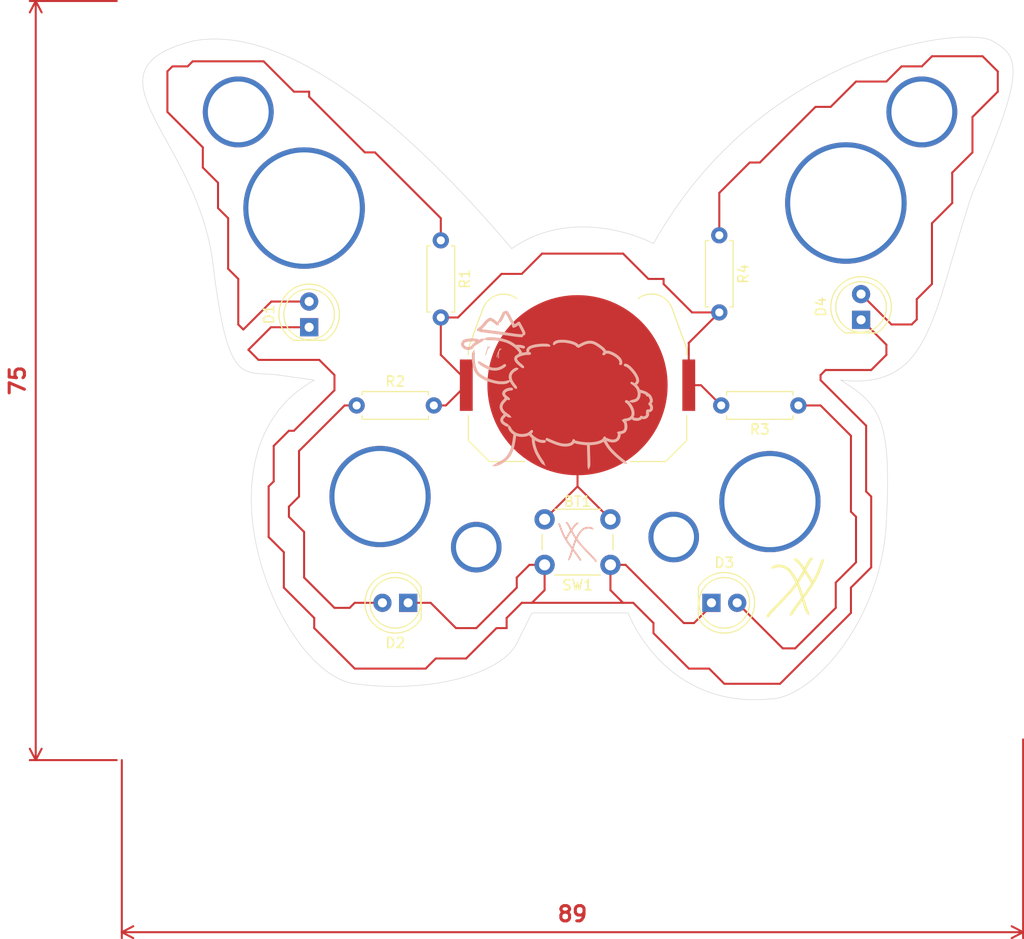
<source format=kicad_pcb>
(kicad_pcb (version 20241229) (generator "pcbnew") (generator_version "9.0")
  (layers (0 "F.Cu" signal) (2 "B.Cu" signal) (13 "F.Paste" user) (15 "B.Paste" user) (5 "F.SilkS" user "F.Silkscreen") (7 "B.SilkS" user "B.Silkscreen") (1 "F.Mask" user) (3 "B.Mask" user) (25 "Edge.Cuts" user))
  (net 0 "")
  (net 1 "Net-(BT1--)")
  (net 2 "Net-(BT1-+)")
  (net 3 "Net-(D1-A)")
  (net 4 "Net-(D2-A)")
  (net 5 "Net-(D3-A)")
  (net 6 "Net-(D4-A)")
  (net 7 "Net-(D1-K)")
  (footprint "Resistor_THT:R_Axial_DIN0207_L6.3mm_D2.5mm_P7.62mm_Horizontal" (layer "F.Cu") (at 106.5 103.69 -90)
    (property "Reference" "R1" (at 3.81 -2.37 90) (layer "F.SilkS"))
    (property "Value" "R")
    (pad "1" thru_hole circle (at 0 0 270) (size 1.6 1.6) (drill 0.8) (layers "*.Cu" "*.Mask") (net 3 "Net-(D1-A)"))
    (pad "2" thru_hole circle (at 7.62 0 270) (size 1.6 1.6) (drill 0.8) (layers "*.Cu" "*.Mask") (net 2 "Net-(BT1-+)"))
  )
  (footprint "Button_Switch_THT:SW_PUSH_6mm" (layer "F.Cu") (at 123.25 135.75 180)
    (property "Reference" "SW1" (at 3.25 -2 0) (layer "F.SilkS"))
    (property "Value" "SW_Push")
    (pad "1" thru_hole circle (at 0 0 270) (size 2 2) (drill 1.1) (layers "*.Cu" "*.Mask") (net 1 "Net-(BT1--)"))
    (pad "1" thru_hole circle (at 6.5 0 270) (size 2 2) (drill 1.1) (layers "*.Cu" "*.Mask") (net 1 "Net-(BT1--)"))
    (pad "2" thru_hole circle (at 0 4.5 270) (size 2 2) (drill 1.1) (layers "*.Cu" "*.Mask") (net 7 "Net-(D1-K)"))
    (pad "2" thru_hole circle (at 6.5 4.5 270) (size 2 2) (drill 1.1) (layers "*.Cu" "*.Mask") (net 7 "Net-(D1-K)"))
  )
  (footprint "Resistor_THT:R_Axial_DIN0207_L6.3mm_D2.5mm_P7.62mm_Horizontal" (layer "F.Cu") (at 98.19 120)
    (property "Reference" "R2" (at 3.81 -2.37 0) (layer "F.SilkS"))
    (property "Value" "R")
    (pad "1" thru_hole circle (at 0 0) (size 1.6 1.6) (drill 0.8) (layers "*.Cu" "*.Mask") (net 4 "Net-(D2-A)"))
    (pad "2" thru_hole circle (at 7.62 0) (size 1.6 1.6) (drill 0.8) (layers "*.Cu" "*.Mask") (net 2 "Net-(BT1-+)"))
  )
  (footprint "LED_THT:LED_D5.0mm" (layer "F.Cu") (at 103.275 139.5 180)
    (property "Reference" "D2" (at 1.27 -3.96 0) (layer "F.SilkS"))
    (property "Value" "LED")
    (pad "1" thru_hole rect (at 0 0 180) (size 1.8 1.8) (drill 0.9) (layers "*.Cu" "*.Mask") (net 7 "Net-(D1-K)"))
    (pad "2" thru_hole circle (at 2.54 0 180) (size 1.8 1.8) (drill 0.9) (layers "*.Cu" "*.Mask") (net 4 "Net-(D2-A)"))
  )
  (footprint "Resistor_THT:R_Axial_DIN0207_L6.3mm_D2.5mm_P7.62mm_Horizontal" (layer "F.Cu") (at 134 103.19 -90)
    (property "Reference" "R4" (at 3.81 -2.37 90) (layer "F.SilkS"))
    (property "Value" "R")
    (pad "1" thru_hole circle (at 0 0 270) (size 1.6 1.6) (drill 0.8) (layers "*.Cu" "*.Mask") (net 6 "Net-(D4-A)"))
    (pad "2" thru_hole circle (at 7.62 0 270) (size 1.6 1.6) (drill 0.8) (layers "*.Cu" "*.Mask") (net 2 "Net-(BT1-+)"))
  )
  (footprint "Battery:BatteryHolder_Keystone_3034_1x20mm" (layer "F.Cu") (at 120 118 180)
    (property "Reference" "BT1" (at 0 -11.5 0) (layer "F.SilkS"))
    (property "Value" "Battery_Cell")
    (pad "1" smd rect (at -10.985 0 180) (size 1.27 5.08) (layers "F.Cu" "F.Mask" "F.Paste") (net 2 "Net-(BT1-+)"))
    (pad "1" smd rect (at 10.985 0 180) (size 1.27 5.08) (layers "F.Cu" "F.Mask" "F.Paste") (net 2 "Net-(BT1-+)"))
    (pad "2" smd circle (at 0 0 180) (size 17.8 17.8) (layers "F.Cu" "F.Mask") (net 1 "Net-(BT1--)"))
  )
  (footprint "LED_THT:LED_D5.0mm" (layer "F.Cu") (at 93.5 112.275 90)
    (property "Reference" "D1" (at 1.27 -3.96 90) (layer "F.SilkS"))
    (property "Value" "LED")
    (pad "1" thru_hole rect (at 0 0 90) (size 1.8 1.8) (drill 0.9) (layers "*.Cu" "*.Mask") (net 7 "Net-(D1-K)"))
    (pad "2" thru_hole circle (at 2.54 0 90) (size 1.8 1.8) (drill 0.9) (layers "*.Cu" "*.Mask") (net 3 "Net-(D1-A)"))
  )
  (footprint "Resistor_THT:R_Axial_DIN0207_L6.3mm_D2.5mm_P7.62mm_Horizontal" (layer "F.Cu") (at 141.81 120 180)
    (property "Reference" "R3" (at 3.81 -2.37 0) (layer "F.SilkS"))
    (property "Value" "R")
    (pad "1" thru_hole circle (at 0 0 180) (size 1.6 1.6) (drill 0.8) (layers "*.Cu" "*.Mask") (net 5 "Net-(D3-A)"))
    (pad "2" thru_hole circle (at 7.62 0 180) (size 1.6 1.6) (drill 0.8) (layers "*.Cu" "*.Mask") (net 2 "Net-(BT1-+)"))
  )
  (footprint "LED_THT:LED_D5.0mm" (layer "F.Cu") (at 133.225 139.5)
    (property "Reference" "D3" (at 1.27 -3.96 0) (layer "F.SilkS"))
    (property "Value" "LED")
    (pad "1" thru_hole rect (at 0 0) (size 1.8 1.8) (drill 0.9) (layers "*.Cu" "*.Mask") (net 7 "Net-(D1-K)"))
    (pad "2" thru_hole circle (at 2.54 0) (size 1.8 1.8) (drill 0.9) (layers "*.Cu" "*.Mask") (net 5 "Net-(D3-A)"))
  )
  (footprint "LED_THT:LED_D5.0mm" (layer "F.Cu") (at 148 111.54 90)
    (property "Reference" "D4" (at 1.27 -3.96 90) (layer "F.SilkS"))
    (property "Value" "LED")
    (pad "1" thru_hole rect (at 0 0 90) (size 1.8 1.8) (drill 0.9) (layers "*.Cu" "*.Mask") (net 7 "Net-(D1-K)"))
    (pad "2" thru_hole circle (at 2.54 0 90) (size 1.8 1.8) (drill 0.9) (layers "*.Cu" "*.Mask") (net 6 "Net-(D4-A)"))
  )
  (footprint "LOGO" (layer "F.Cu") (at 141.5 138)
    (property "Reference" "G***" (hide yes))
    (property "Value" "LOGO" (hide yes))
  )
  (footprint "LOGO" (layer "B.Cu") (at 119.5 118.5 180)
    (property "Reference" "G***" (hide yes))
    (property "Value" "LOGO" (hide yes))
  )
  (footprint "LOGO" (layer "B.Cu") (at 120 133.5 180)
    (property "Reference" "G***" (hide yes))
    (property "Value" "LOGO" (hide yes))
  )
  (gr_curve (pts (xy 146 117.5) (xy 150 120) (xy 151 121.5) (xy 150.5 131.5)) (stroke (width 0.05)) (layer "Edge.Cuts"))
  (gr_curve (pts (xy 114 143.5) (xy 115.5 140.5) (xy 115.5 140.5) (xy 115.5 140.5)) (stroke (width 0.05)) (layer "Edge.Cuts"))
  (gr_curve (pts (xy 127.5 104) (xy 138.5 84.5) (xy 158.5 82.5) (xy 161 84)) (stroke (width 0.05)) (layer "Edge.Cuts"))
  (gr_curve (pts (xy 84 106) (xy 85.5 118.5) (xy 87 116.5) (xy 90.5 117)) (stroke (width 0.05)) (layer "Edge.Cuts"))
  (gr_curve (pts (xy 115.5 140.5) (xy 124.5 140.5) (xy 125 140.5) (xy 125 140.5)) (stroke (width 0.05)) (layer "Edge.Cuts"))
  (gr_curve (pts (xy 113.5 104.5) (xy 120 100) (xy 127.5 104) (xy 127.5 104)) (stroke (width 0.05)) (layer "Edge.Cuts"))
  (gr_curve (pts (xy 159 99) (xy 155 111) (xy 155 118.5) (xy 146 117.5)) (stroke (width 0.05)) (layer "Edge.Cuts"))
  (gr_curve (pts (xy 94 117.5) (xy 81.5 124.5) (xy 90.5 146.5) (xy 98 147.5)) (stroke (width 0.05)) (layer "Edge.Cuts"))
  (gr_curve (pts (xy 98 147.5) (xy 105.5 148.5) (xy 112.5 146.5) (xy 114 143.5)) (stroke (width 0.05)) (layer "Edge.Cuts"))
  (gr_curve (pts (xy 150.5 131.5) (xy 150 141.5) (xy 143 149) (xy 139 149)) (stroke (width 0.05)) (layer "Edge.Cuts"))
  (gr_curve (pts (xy 161 84) (xy 163.5 85.5) (xy 164.5 86.5) (xy 159 99)) (stroke (width 0.05)) (layer "Edge.Cuts"))
  (gr_curve (pts (xy 113.5 104.5) (xy 97 85) (xy 87 83) (xy 82 84)) (stroke (width 0.05)) (layer "Edge.Cuts"))
  (gr_curve (pts (xy 90.5 117) (xy 94 117.5) (xy 94 117.5) (xy 94 117.5)) (stroke (width 0.05)) (layer "Edge.Cuts"))
  (gr_curve (pts (xy 139 149) (xy 128.5 150) (xy 125 140.5) (xy 125 140.5)) (stroke (width 0.05)) (layer "Edge.Cuts"))
  (gr_curve (pts (xy 82 84) (xy 70.5 87) (xy 82.5 93.5) (xy 84 106)) (stroke (width 0.05)) (layer "Edge.Cuts"))
  (dimension (type orthogonal) (layer "F.Cu") (pts (xy 75 155.041925) (xy 75 80.041925)) (height -8.5) (orientation 1) (format (prefix "") (suffix "") (units 3) (units_format 0) (precision 4) (suppress_zeroes yes)) (style (thickness 0.2) (arrow_length 1.27) (text_position_mode 0) (arrow_direction outward) (extension_height 0.58642) (extension_offset 0.5) (keep_text_aligned yes)) (gr_text "75" (at 64.7 117.541925 90) (layer "F.Cu") (effects (font (size 1.5 1.5) (thickness 0.3)))))
  (dimension (type orthogonal) (layer "F.Cu") (pts (xy 75 154.541925) (xy 164 152.5)) (height 17.5) (orientation 0) (format (prefix "") (suffix "") (units 3) (units_format 0) (precision 4) (suppress_zeroes yes)) (style (thickness 0.2) (arrow_length 1.27) (text_position_mode 0) (arrow_direction outward) (extension_height 0.58642) (extension_offset 0.5) (keep_text_aligned yes)) (gr_text "89" (at 119.5 170.241925 0) (layer "F.Cu") (effects (font (size 1.5 1.5) (thickness 0.3)))))
  (via (at 100.5 129) (size 10) (drill 9) (layers "F.Cu" "B.Cu") (net 0))
  (via (at 154 91) (size 7) (drill 6) (layers "F.Cu" "B.Cu") (net 0))
  (via (at 93 100.5) (size 12) (drill 11) (layers "F.Cu" "B.Cu") (net 0))
  (via (at 146.5 100) (size 12) (drill 11) (layers "F.Cu" "B.Cu") (net 0))
  (via (at 139 129.5) (size 10) (drill 9) (layers "F.Cu" "B.Cu") (net 0))
  (via (at 129.5 133) (size 5) (drill 4) (layers "F.Cu" "B.Cu") (net 0))
  (segment (start 120 128) (end 120 118) (width 0.2) (layer "F.Cu") (net 1))
  (segment (start 123.25 131.25) (end 120 128) (width 0.2) (layer "F.Cu") (net 1))
  (segment (start 116.75 131.25) (end 120 128) (width 0.2) (layer "F.Cu") (net 1))
  (via (at 110 134) (size 5) (drill 4) (layers "F.Cu" "B.Cu") (net 1))
  (segment (start 132.19 118) (end 134.19 120) (width 0.2) (layer "F.Cu") (net 2))
  (segment (start 130.985 118) (end 132.19 118) (width 0.2) (layer "F.Cu") (net 2))
  (segment (start 109.015 117.515) (end 106.5 115) (width 0.2) (layer "F.Cu") (net 2))
  (segment (start 109.015 118) (end 109 118) (width 0.2) (layer "F.Cu") (net 2))
  (segment (start 116.5 105) (end 124.5 105) (width 0.2) (layer "F.Cu") (net 2))
  (segment (start 108.19 111.31) (end 112.5 107) (width 0.2) (layer "F.Cu") (net 2))
  (segment (start 128.5 108) (end 131.31 110.81) (width 0.2) (layer "F.Cu") (net 2))
  (segment (start 130.985 118) (end 130.985 113.825) (width 0.2) (layer "F.Cu") (net 2))
  (segment (start 131.31 110.81) (end 134 110.81) (width 0.2) (layer "F.Cu") (net 2))
  (segment (start 114.5 107) (end 116.5 105) (width 0.2) (layer "F.Cu") (net 2))
  (segment (start 127 107.5) (end 128.5 107.5) (width 0.2) (layer "F.Cu") (net 2))
  (segment (start 109 118) (end 107 120) (width 0.2) (layer "F.Cu") (net 2))
  (segment (start 109.015 118) (end 109.015 117.515) (width 0.2) (layer "F.Cu") (net 2))
  (segment (start 130.985 113.825) (end 134 110.81) (width 0.2) (layer "F.Cu") (net 2))
  (segment (start 112.5 107) (end 114.5 107) (width 0.2) (layer "F.Cu") (net 2))
  (segment (start 106.5 111.31) (end 108.19 111.31) (width 0.2) (layer "F.Cu") (net 2))
  (segment (start 107 120) (end 105.81 120) (width 0.2) (layer "F.Cu") (net 2))
  (segment (start 124.5 105) (end 127 107.5) (width 0.2) (layer "F.Cu") (net 2))
  (segment (start 106.5 115) (end 106.5 111.31) (width 0.2) (layer "F.Cu") (net 2))
  (segment (start 128.5 107.5) (end 128.5 108) (width 0.2) (layer "F.Cu") (net 2))
  (segment (start 80 86.5) (end 79.5 87) (width 0.2) (layer "F.Cu") (net 3))
  (segment (start 84.5 100.5) (end 85.5 101.5) (width 0.2) (layer "F.Cu") (net 3))
  (segment (start 100 95) (end 99 95) (width 0.2) (layer "F.Cu") (net 3))
  (segment (start 86.5 107.5) (end 86.5 112) (width 0.2) (layer "F.Cu") (net 3))
  (segment (start 86.5 112) (end 87 112.5) (width 0.2) (layer "F.Cu") (net 3))
  (segment (start 93.5 89.5) (end 93.5 89) (width 0.2) (layer "F.Cu") (net 3))
  (segment (start 85.5 106.5) (end 86.5 107.5) (width 0.2) (layer "F.Cu") (net 3))
  (segment (start 93.5 89) (end 92 89) (width 0.2) (layer "F.Cu") (net 3))
  (segment (start 106.5 101.5) (end 100 95) (width 0.2) (layer "F.Cu") (net 3))
  (segment (start 99 95) (end 93.5 89.5) (width 0.2) (layer "F.Cu") (net 3))
  (segment (start 82 86) (end 81.5 86.5) (width 0.2) (layer "F.Cu") (net 3))
  (segment (start 89.765 109.735) (end 93.5 109.735) (width 0.2) (layer "F.Cu") (net 3))
  (segment (start 83 96.5) (end 84.5 98) (width 0.2) (layer "F.Cu") (net 3))
  (segment (start 79.5 91) (end 83 94.5) (width 0.2) (layer "F.Cu") (net 3))
  (segment (start 81.5 86.5) (end 80 86.5) (width 0.2) (layer "F.Cu") (net 3))
  (segment (start 84.5 98) (end 84.5 100.5) (width 0.2) (layer "F.Cu") (net 3))
  (segment (start 106.5 103.69) (end 106.5 101.5) (width 0.2) (layer "F.Cu") (net 3))
  (segment (start 92 89) (end 89 86) (width 0.2) (layer "F.Cu") (net 3))
  (segment (start 85.5 101.5) (end 85.5 106.5) (width 0.2) (layer "F.Cu") (net 3))
  (segment (start 87 112.5) (end 89.765 109.735) (width 0.2) (layer "F.Cu") (net 3))
  (segment (start 89 86) (end 82 86) (width 0.2) (layer "F.Cu") (net 3))
  (segment (start 83 94.5) (end 83 96.5) (width 0.2) (layer "F.Cu") (net 3))
  (segment (start 79.5 87) (end 79.5 91) (width 0.2) (layer "F.Cu") (net 3))
  (via (at 86.5 91) (size 7) (drill 6) (layers "F.Cu" "B.Cu") (net 3))
  (segment (start 98.19 120) (end 97 120) (width 0.2) (layer "F.Cu") (net 4))
  (segment (start 91.5 130) (end 91.5 131) (width 0.2) (layer "F.Cu") (net 4))
  (segment (start 92.5 124.5) (end 92.5 129) (width 0.2) (layer "F.Cu") (net 4))
  (segment (start 92.5 129) (end 91.5 130) (width 0.2) (layer "F.Cu") (net 4))
  (segment (start 93 137) (end 96 140) (width 0.2) (layer "F.Cu") (net 4))
  (segment (start 98 139.5) (end 100.735 139.5) (width 0.2) (layer "F.Cu") (net 4))
  (segment (start 93 132.5) (end 93 137) (width 0.2) (layer "F.Cu") (net 4))
  (segment (start 96 140) (end 97.5 140) (width 0.2) (layer "F.Cu") (net 4))
  (segment (start 97 120) (end 92.5 124.5) (width 0.2) (layer "F.Cu") (net 4))
  (segment (start 91.5 131) (end 93 132.5) (width 0.2) (layer "F.Cu") (net 4))
  (segment (start 97.5 140) (end 98 139.5) (width 0.2) (layer "F.Cu") (net 4))
  (segment (start 145.5 140) (end 141.5 144) (width 0.2) (layer "F.Cu") (net 5))
  (segment (start 147.5 135.5) (end 145.5 137.5) (width 0.2) (layer "F.Cu") (net 5))
  (segment (start 144 120) (end 147 123) (width 0.2) (layer "F.Cu") (net 5))
  (segment (start 147.5 131) (end 147.5 135.5) (width 0.2) (layer "F.Cu") (net 5))
  (segment (start 147 130.5) (end 147.5 131) (width 0.2) (layer "F.Cu") (net 5))
  (segment (start 141.81 120) (end 144 120) (width 0.2) (layer "F.Cu") (net 5))
  (segment (start 145.5 137.5) (end 145.5 140) (width 0.2) (layer "F.Cu") (net 5))
  (segment (start 141.5 144) (end 140.265 144) (width 0.2) (layer "F.Cu") (net 5))
  (segment (start 147 123) (end 147 130.5) (width 0.2) (layer "F.Cu") (net 5))
  (segment (start 140.265 144) (end 135.765 139.5) (width 0.2) (layer "F.Cu") (net 5))
  (segment (start 154 86.5) (end 155 85.5) (width 0.2) (layer "F.Cu") (net 6))
  (segment (start 150.5 88) (end 152 86.5) (width 0.2) (layer "F.Cu") (net 6))
  (segment (start 134 99) (end 137 96) (width 0.2) (layer "F.Cu") (net 6))
  (segment (start 161.5 89) (end 159 91.5) (width 0.2) (layer "F.Cu") (net 6))
  (segment (start 155 108) (end 153.5 109.5) (width 0.2) (layer "F.Cu") (net 6))
  (segment (start 147.5 88) (end 150.5 88) (width 0.2) (layer "F.Cu") (net 6))
  (segment (start 153 112) (end 151 112) (width 0.2) (layer "F.Cu") (net 6))
  (segment (start 145 90.5) (end 147.5 88) (width 0.2) (layer "F.Cu") (net 6))
  (segment (start 159 95) (end 157 97) (width 0.2) (layer "F.Cu") (net 6))
  (segment (start 153.5 109.5) (end 153.5 111.5) (width 0.2) (layer "F.Cu") (net 6))
  (segment (start 138 96) (end 143.5 90.5) (width 0.2) (layer "F.Cu") (net 6))
  (segment (start 152 86.5) (end 154 86.5) (width 0.2) (layer "F.Cu") (net 6))
  (segment (start 160 85.5) (end 161.5 87) (width 0.2) (layer "F.Cu") (net 6))
  (segment (start 155 85.5) (end 160 85.5) (width 0.2) (layer "F.Cu") (net 6))
  (segment (start 157 100) (end 155 102) (width 0.2) (layer "F.Cu") (net 6))
  (segment (start 159 91.5) (end 159 95) (width 0.2) (layer "F.Cu") (net 6))
  (segment (start 161.5 87) (end 161.5 89) (width 0.2) (layer "F.Cu") (net 6))
  (segment (start 143.5 90.5) (end 145 90.5) (width 0.2) (layer "F.Cu") (net 6))
  (segment (start 134 103.19) (end 134 99) (width 0.2) (layer "F.Cu") (net 6))
  (segment (start 153.5 111.5) (end 153 112) (width 0.2) (layer "F.Cu") (net 6))
  (segment (start 137 96) (end 138 96) (width 0.2) (layer "F.Cu") (net 6))
  (segment (start 157 97) (end 157 100) (width 0.2) (layer "F.Cu") (net 6))
  (segment (start 155 102) (end 155 108) (width 0.2) (layer "F.Cu") (net 6))
  (segment (start 151 112) (end 148 109) (width 0.2) (layer "F.Cu") (net 6))
  (segment (start 96 117) (end 94.5 115.5) (width 0.2) (layer "F.Cu") (net 7))
  (segment (start 103.275 139.5) (end 105.5 139.5) (width 0.2) (layer "F.Cu") (net 7))
  (segment (start 108 142) (end 110 142) (width 0.2) (layer "F.Cu") (net 7))
  (segment (start 91 134.5) (end 89.5 133) (width 0.2) (layer "F.Cu") (net 7))
  (segment (start 96 118.5) (end 96 117) (width 0.2) (layer "F.Cu") (net 7))
  (segment (start 98 146) (end 94 142) (width 0.2) (layer "F.Cu") (net 7))
  (segment (start 115.25 135.75) (end 116.75 135.75) (width 0.2) (layer "F.Cu") (net 7))
  (segment (start 133.225 139.775) (end 133.225 139.5) (width 0.2) (layer "F.Cu") (net 7))
  (segment (start 116.75 135.75) (end 116.75 138.25) (width 0.2) (layer "F.Cu") (net 7))
  (segment (start 94.5 115.5) (end 88.5 115.5) (width 0.2) (layer "F.Cu") (net 7))
  (segment (start 131 146) (end 127.5 142.5) (width 0.2) (layer "F.Cu") (net 7))
  (segment (start 91.5 122.5) (end 92 122.5) (width 0.2) (layer "F.Cu") (net 7))
  (segment (start 89.725 112.275) (end 93.5 112.275) (width 0.2) (layer "F.Cu") (net 7))
  (segment (start 144.5 116.5) (end 144 117) (width 0.2) (layer "F.Cu") (net 7))
  (segment (start 87.5 114.5) (end 89.725 112.275) (width 0.2) (layer "F.Cu") (net 7))
  (segment (start 114.5 139.5) (end 113 141) (width 0.2) (layer "F.Cu") (net 7))
  (segment (start 123.25 138.25) (end 124.5 139.5) (width 0.2) (layer "F.Cu") (net 7))
  (segment (start 149 129) (end 149 136) (width 0.2) (layer "F.Cu") (net 7))
  (segment (start 148 111.5) (end 150.5 114) (width 0.2) (layer "F.Cu") (net 7))
  (segment (start 114 138) (end 114 137) (width 0.2) (layer "F.Cu") (net 7))
  (segment (start 94 142) (end 94 141) (width 0.2) (layer "F.Cu") (net 7))
  (segment (start 115.5 139.5) (end 114.5 139.5) (width 0.2) (layer "F.Cu") (net 7))
  (segment (start 127.5 142.5) (end 127.5 141.5) (width 0.2) (layer "F.Cu") (net 7))
  (segment (start 112 142) (end 109 145) (width 0.2) (layer "F.Cu") (net 7))
  (segment (start 150.5 114) (end 150.5 115) (width 0.2) (layer "F.Cu") (net 7))
  (segment (start 125.5 139.5) (end 124.5 139.5) (width 0.2) (layer "F.Cu") (net 7))
  (segment (start 148 111.54) (end 148 111.5) (width 0.2) (layer "F.Cu") (net 7))
  (segment (start 147 138) (end 147 140.5) (width 0.2) (layer "F.Cu") (net 7))
  (segment (start 105 146) (end 98 146) (width 0.2) (layer "F.Cu") (net 7))
  (segment (start 131.5 141.5) (end 133.225 139.775) (width 0.2) (layer "F.Cu") (net 7))
  (segment (start 144 117) (end 144 117.5) (width 0.2) (layer "F.Cu") (net 7))
  (segment (start 94 141) (end 91 138) (width 0.2) (layer "F.Cu") (net 7))
  (segment (start 149 136) (end 147 138) (width 0.2) (layer "F.Cu") (net 7))
  (segment (start 92 122.5) (end 96 118.5) (width 0.2) (layer "F.Cu") (net 7))
  (segment (start 149 116.5) (end 144.5 116.5) (width 0.2) (layer "F.Cu") (net 7))
  (segment (start 144 117.5) (end 148.5 122) (width 0.2) (layer "F.Cu") (net 7))
  (segment (start 123.25 135.75) (end 124.75 135.75) (width 0.2) (layer "F.Cu") (net 7))
  (segment (start 124.75 135.75) (end 130.5 141.5) (width 0.2) (layer "F.Cu") (net 7))
  (segment (start 127.5 141.5) (end 125.5 139.5) (width 0.2) (layer "F.Cu") (net 7))
  (segment (start 134.5 147.5) (end 133 146) (width 0.2) (layer "F.Cu") (net 7))
  (segment (start 150.5 115) (end 149 116.5) (width 0.2) (layer "F.Cu") (net 7))
  (segment (start 91 138) (end 91 134.5) (width 0.2) (layer "F.Cu") (net 7))
  (segment (start 90 127.5) (end 90 124) (width 0.2) (layer "F.Cu") (net 7))
  (segment (start 106 145) (end 105 146) (width 0.2) (layer "F.Cu") (net 7))
  (segment (start 130.5 141.5) (end 131.5 141.5) (width 0.2) (layer "F.Cu") (net 7))
  (segment (start 116.75 138.25) (end 115.5 139.5) (width 0.2) (layer "F.Cu") (net 7))
  (segment (start 114 137) (end 115.25 135.75) (width 0.2) (layer "F.Cu") (net 7))
  (segment (start 105.5 139.5) (end 108 142) (width 0.2) (layer "F.Cu") (net 7))
  (segment (start 124.5 139.5) (end 115.5 139.5) (width 0.2) (layer "F.Cu") (net 7))
  (segment (start 148.5 122) (end 148.5 128.5) (width 0.2) (layer "F.Cu") (net 7))
  (segment (start 88.5 115.5) (end 87.5 114.5) (width 0.2) (layer "F.Cu") (net 7))
  (segment (start 113 142) (end 112 142) (width 0.2) (layer "F.Cu") (net 7))
  (segment (start 147 140.5) (end 140 147.5) (width 0.2) (layer "F.Cu") (net 7))
  (segment (start 109 145) (end 106 145) (width 0.2) (layer "F.Cu") (net 7))
  (segment (start 148.5 128.5) (end 149 129) (width 0.2) (layer "F.Cu") (net 7))
  (segment (start 133 146) (end 131 146) (width 0.2) (layer "F.Cu") (net 7))
  (segment (start 140 147.5) (end 134.5 147.5) (width 0.2) (layer "F.Cu") (net 7))
  (segment (start 123.25 135.75) (end 123.25 138.25) (width 0.2) (layer "F.Cu") (net 7))
  (segment (start 89.5 133) (end 89.5 128) (width 0.2) (layer "F.Cu") (net 7))
  (segment (start 110 142) (end 114 138) (width 0.2) (layer "F.Cu") (net 7))
  (segment (start 90 124) (end 91.5 122.5) (width 0.2) (layer "F.Cu") (net 7))
  (segment (start 89.5 128) (end 90 127.5) (width 0.2) (layer "F.Cu") (net 7))
  (segment (start 113 141) (end 113 142) (width 0.2) (layer "F.Cu") (net 7))
)
</source>
